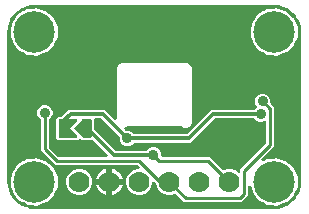
<source format=gbr>
G04 EAGLE Gerber RS-274X export*
G75*
%MOMM*%
%FSLAX34Y34*%
%LPD*%
%INBottom Copper*%
%IPPOS*%
%AMOC8*
5,1,8,0,0,1.08239X$1,22.5*%
G01*
%ADD10C,1.778000*%
%ADD11C,3.516000*%
%ADD12C,0.381000*%
%ADD13C,0.889000*%
%ADD14C,0.254000*%
%ADD15C,0.304800*%

G36*
X228622Y2543D02*
X228622Y2543D01*
X228700Y2545D01*
X232077Y2810D01*
X232145Y2824D01*
X232214Y2829D01*
X232370Y2869D01*
X238794Y4956D01*
X238901Y5006D01*
X239012Y5050D01*
X239063Y5083D01*
X239082Y5091D01*
X239097Y5104D01*
X239148Y5136D01*
X244612Y9107D01*
X244699Y9188D01*
X244746Y9227D01*
X244752Y9231D01*
X244753Y9232D01*
X244791Y9264D01*
X244829Y9310D01*
X244844Y9324D01*
X244855Y9342D01*
X244893Y9388D01*
X246586Y11717D01*
X246599Y11741D01*
X246616Y11761D01*
X246675Y11880D01*
X246739Y11996D01*
X246746Y12022D01*
X246758Y12046D01*
X246785Y12174D01*
X246799Y12185D01*
X246823Y12196D01*
X246925Y12281D01*
X247031Y12361D01*
X247048Y12382D01*
X247068Y12398D01*
X247171Y12522D01*
X248864Y14852D01*
X248921Y14956D01*
X248985Y15056D01*
X249007Y15113D01*
X249017Y15131D01*
X249022Y15151D01*
X249044Y15206D01*
X251131Y21630D01*
X251144Y21698D01*
X251167Y21764D01*
X251190Y21923D01*
X251455Y25300D01*
X251455Y25304D01*
X251456Y25307D01*
X251455Y25326D01*
X251459Y25400D01*
X251459Y152400D01*
X251457Y152422D01*
X251455Y152500D01*
X251190Y155877D01*
X251176Y155945D01*
X251171Y156014D01*
X251131Y156170D01*
X249044Y162594D01*
X248993Y162701D01*
X248950Y162812D01*
X248917Y162863D01*
X248909Y162882D01*
X248896Y162897D01*
X248864Y162948D01*
X247171Y165278D01*
X247153Y165297D01*
X247139Y165320D01*
X247044Y165413D01*
X246953Y165509D01*
X246931Y165524D01*
X246912Y165542D01*
X246798Y165608D01*
X246792Y165624D01*
X246789Y165651D01*
X246740Y165775D01*
X246697Y165900D01*
X246682Y165922D01*
X246672Y165947D01*
X246586Y166083D01*
X244893Y168412D01*
X244812Y168499D01*
X244736Y168591D01*
X244690Y168629D01*
X244676Y168644D01*
X244658Y168655D01*
X244612Y168693D01*
X239148Y172664D01*
X239044Y172721D01*
X238944Y172785D01*
X238887Y172807D01*
X238869Y172817D01*
X238849Y172822D01*
X238794Y172844D01*
X232370Y174931D01*
X232302Y174944D01*
X232236Y174967D01*
X232077Y174990D01*
X228700Y175255D01*
X228678Y175254D01*
X228600Y175259D01*
X25400Y175259D01*
X25378Y175257D01*
X25300Y175255D01*
X21923Y174990D01*
X21855Y174976D01*
X21786Y174971D01*
X21630Y174931D01*
X18892Y174041D01*
X18867Y174030D01*
X18841Y174024D01*
X18724Y173962D01*
X18604Y173906D01*
X18583Y173889D01*
X18560Y173877D01*
X18462Y173789D01*
X18445Y173788D01*
X18418Y173793D01*
X18286Y173785D01*
X18153Y173783D01*
X18128Y173775D01*
X18101Y173774D01*
X17945Y173734D01*
X15206Y172844D01*
X15099Y172794D01*
X14988Y172750D01*
X14937Y172717D01*
X14918Y172709D01*
X14903Y172696D01*
X14852Y172664D01*
X9388Y168693D01*
X9301Y168612D01*
X9209Y168536D01*
X9171Y168490D01*
X9156Y168476D01*
X9145Y168458D01*
X9107Y168412D01*
X5136Y162948D01*
X5079Y162844D01*
X5015Y162744D01*
X4993Y162687D01*
X4983Y162669D01*
X4978Y162649D01*
X4956Y162594D01*
X2869Y156170D01*
X2856Y156102D01*
X2833Y156036D01*
X2810Y155877D01*
X2545Y152500D01*
X2546Y152478D01*
X2541Y152400D01*
X2541Y25400D01*
X2543Y25378D01*
X2545Y25300D01*
X2810Y21923D01*
X2824Y21855D01*
X2829Y21786D01*
X2869Y21630D01*
X4956Y15206D01*
X5006Y15099D01*
X5050Y14988D01*
X5083Y14937D01*
X5091Y14918D01*
X5104Y14903D01*
X5136Y14852D01*
X9107Y9388D01*
X9127Y9366D01*
X9138Y9348D01*
X9184Y9305D01*
X9188Y9301D01*
X9264Y9209D01*
X9310Y9171D01*
X9324Y9156D01*
X9342Y9145D01*
X9388Y9107D01*
X14852Y5136D01*
X14956Y5079D01*
X15056Y5015D01*
X15113Y4993D01*
X15131Y4983D01*
X15151Y4978D01*
X15206Y4956D01*
X17945Y4066D01*
X17971Y4061D01*
X17996Y4051D01*
X18127Y4031D01*
X18257Y4006D01*
X18284Y4008D01*
X18310Y4004D01*
X18441Y4018D01*
X18455Y4008D01*
X18474Y3989D01*
X18585Y3918D01*
X18694Y3842D01*
X18719Y3832D01*
X18742Y3818D01*
X18892Y3759D01*
X21630Y2869D01*
X21698Y2856D01*
X21764Y2833D01*
X21923Y2810D01*
X25300Y2545D01*
X25322Y2546D01*
X25400Y2541D01*
X228600Y2541D01*
X228622Y2543D01*
G37*
%LPC*%
G36*
X226876Y5780D02*
X226876Y5780D01*
X226858Y5780D01*
X226743Y5787D01*
X224699Y5787D01*
X224151Y6014D01*
X224053Y6041D01*
X223957Y6077D01*
X223865Y6092D01*
X223844Y6098D01*
X223830Y6098D01*
X223798Y6104D01*
X222379Y6253D01*
X219415Y7964D01*
X219413Y7965D01*
X219410Y7967D01*
X219266Y8038D01*
X217490Y8773D01*
X216893Y9370D01*
X216826Y9422D01*
X216765Y9483D01*
X216651Y9558D01*
X216642Y9565D01*
X216638Y9567D01*
X216631Y9572D01*
X215129Y10439D01*
X213339Y12903D01*
X213326Y12917D01*
X213316Y12933D01*
X213209Y13054D01*
X211973Y14290D01*
X211557Y15296D01*
X211522Y15356D01*
X211497Y15420D01*
X211411Y15556D01*
X210208Y17211D01*
X209647Y19849D01*
X209636Y19883D01*
X209631Y19919D01*
X209579Y20071D01*
X208945Y21602D01*
X208910Y21662D01*
X208884Y21727D01*
X208832Y21800D01*
X208787Y21878D01*
X208738Y21928D01*
X208698Y21985D01*
X208628Y22042D01*
X208566Y22106D01*
X208506Y22143D01*
X208453Y22187D01*
X208371Y22226D01*
X208295Y22273D01*
X208228Y22293D01*
X208165Y22323D01*
X208077Y22340D01*
X207991Y22366D01*
X207921Y22370D01*
X207852Y22383D01*
X207763Y22377D01*
X207673Y22381D01*
X207605Y22367D01*
X207535Y22363D01*
X207450Y22335D01*
X207362Y22317D01*
X207299Y22286D01*
X207233Y22265D01*
X207157Y22217D01*
X207076Y22177D01*
X207023Y22132D01*
X206964Y22095D01*
X206902Y22029D01*
X206834Y21971D01*
X206794Y21914D01*
X206746Y21863D01*
X206703Y21785D01*
X206651Y21711D01*
X206626Y21646D01*
X206592Y21585D01*
X206570Y21498D01*
X206538Y21414D01*
X206530Y21344D01*
X206513Y21277D01*
X206503Y21116D01*
X206503Y13872D01*
X200758Y8127D01*
X152302Y8127D01*
X145357Y15072D01*
X145333Y15091D01*
X145314Y15113D01*
X145208Y15188D01*
X145106Y15267D01*
X145078Y15279D01*
X145054Y15296D01*
X144933Y15342D01*
X144814Y15394D01*
X144785Y15398D01*
X144757Y15409D01*
X144628Y15423D01*
X144500Y15444D01*
X144470Y15441D01*
X144441Y15444D01*
X144312Y15426D01*
X144183Y15414D01*
X144155Y15404D01*
X144126Y15400D01*
X143974Y15348D01*
X141873Y14477D01*
X137527Y14477D01*
X133513Y16140D01*
X130440Y19213D01*
X128777Y23227D01*
X128777Y23506D01*
X128765Y23604D01*
X128762Y23703D01*
X128745Y23762D01*
X128737Y23822D01*
X128701Y23914D01*
X128673Y24009D01*
X128643Y24061D01*
X128620Y24117D01*
X128562Y24197D01*
X128512Y24283D01*
X128446Y24358D01*
X128434Y24375D01*
X128424Y24383D01*
X128406Y24404D01*
X127389Y25420D01*
X127280Y25505D01*
X127173Y25594D01*
X127154Y25602D01*
X127138Y25615D01*
X127011Y25670D01*
X126885Y25729D01*
X126865Y25733D01*
X126846Y25741D01*
X126708Y25763D01*
X126572Y25789D01*
X126552Y25788D01*
X126532Y25791D01*
X126393Y25778D01*
X126255Y25769D01*
X126236Y25763D01*
X126216Y25761D01*
X126084Y25714D01*
X125953Y25671D01*
X125935Y25660D01*
X125916Y25653D01*
X125801Y25575D01*
X125684Y25501D01*
X125670Y25486D01*
X125653Y25475D01*
X125561Y25371D01*
X125466Y25269D01*
X125456Y25252D01*
X125443Y25236D01*
X125380Y25113D01*
X125312Y24991D01*
X125307Y24971D01*
X125298Y24953D01*
X125268Y24817D01*
X125233Y24683D01*
X125231Y24655D01*
X125228Y24643D01*
X125229Y24622D01*
X125223Y24522D01*
X125223Y23227D01*
X123560Y19213D01*
X120487Y16140D01*
X116473Y14477D01*
X112127Y14477D01*
X108113Y16140D01*
X105040Y19213D01*
X103377Y23227D01*
X103377Y27573D01*
X105040Y31587D01*
X108113Y34660D01*
X112127Y36323D01*
X113422Y36323D01*
X113560Y36340D01*
X113699Y36353D01*
X113718Y36360D01*
X113738Y36363D01*
X113867Y36414D01*
X113998Y36461D01*
X114015Y36472D01*
X114033Y36480D01*
X114146Y36561D01*
X114261Y36639D01*
X114274Y36655D01*
X114291Y36666D01*
X114380Y36774D01*
X114472Y36878D01*
X114481Y36896D01*
X114494Y36911D01*
X114553Y37037D01*
X114616Y37161D01*
X114621Y37181D01*
X114629Y37199D01*
X114655Y37336D01*
X114686Y37471D01*
X114685Y37492D01*
X114689Y37511D01*
X114680Y37650D01*
X114676Y37789D01*
X114670Y37809D01*
X114669Y37829D01*
X114626Y37961D01*
X114588Y38095D01*
X114577Y38112D01*
X114571Y38131D01*
X114497Y38249D01*
X114426Y38369D01*
X114408Y38390D01*
X114401Y38400D01*
X114386Y38414D01*
X114320Y38489D01*
X113304Y39506D01*
X113226Y39566D01*
X113153Y39634D01*
X113100Y39663D01*
X113052Y39700D01*
X112962Y39740D01*
X112875Y39788D01*
X112816Y39803D01*
X112761Y39827D01*
X112663Y39842D01*
X112567Y39867D01*
X112467Y39873D01*
X112446Y39877D01*
X112434Y39875D01*
X112406Y39877D01*
X43082Y39877D01*
X40776Y42183D01*
X40776Y42184D01*
X33294Y49666D01*
X30987Y51972D01*
X30987Y77436D01*
X30975Y77534D01*
X30972Y77633D01*
X30965Y77655D01*
X30965Y77663D01*
X30954Y77696D01*
X30947Y77752D01*
X30911Y77844D01*
X30883Y77939D01*
X30853Y77991D01*
X30830Y78047D01*
X30772Y78127D01*
X30722Y78213D01*
X30656Y78288D01*
X30644Y78305D01*
X30634Y78312D01*
X30616Y78334D01*
X28798Y80151D01*
X27812Y82531D01*
X27812Y85109D01*
X28798Y87489D01*
X30621Y89312D01*
X33001Y90298D01*
X35579Y90298D01*
X37959Y89312D01*
X39782Y87489D01*
X40768Y85109D01*
X40768Y82531D01*
X39782Y80151D01*
X37964Y78334D01*
X37904Y78255D01*
X37836Y78183D01*
X37807Y78130D01*
X37770Y78082D01*
X37730Y77991D01*
X37682Y77905D01*
X37667Y77846D01*
X37663Y77836D01*
X37655Y77819D01*
X37655Y77817D01*
X37643Y77790D01*
X37628Y77692D01*
X37603Y77597D01*
X37598Y77522D01*
X37595Y77507D01*
X37596Y77494D01*
X37593Y77476D01*
X37595Y77464D01*
X37593Y77436D01*
X37593Y55234D01*
X37605Y55136D01*
X37608Y55037D01*
X37625Y54978D01*
X37633Y54918D01*
X37669Y54826D01*
X37697Y54731D01*
X37727Y54679D01*
X37750Y54623D01*
X37808Y54543D01*
X37858Y54457D01*
X37924Y54382D01*
X37936Y54365D01*
X37946Y54357D01*
X37964Y54336D01*
X45446Y46854D01*
X45525Y46794D01*
X45597Y46726D01*
X45650Y46697D01*
X45698Y46660D01*
X45789Y46620D01*
X45875Y46572D01*
X45934Y46557D01*
X45989Y46533D01*
X46087Y46518D01*
X46183Y46493D01*
X46283Y46487D01*
X46303Y46483D01*
X46316Y46485D01*
X46344Y46483D01*
X86139Y46483D01*
X86277Y46500D01*
X86415Y46513D01*
X86435Y46520D01*
X86455Y46523D01*
X86584Y46574D01*
X86715Y46621D01*
X86732Y46632D01*
X86750Y46640D01*
X86862Y46721D01*
X86978Y46799D01*
X86991Y46815D01*
X87008Y46826D01*
X87096Y46934D01*
X87188Y47038D01*
X87198Y47056D01*
X87210Y47071D01*
X87270Y47197D01*
X87333Y47321D01*
X87337Y47341D01*
X87346Y47359D01*
X87372Y47495D01*
X87403Y47631D01*
X87402Y47652D01*
X87406Y47671D01*
X87397Y47810D01*
X87393Y47949D01*
X87387Y47969D01*
X87386Y47989D01*
X87343Y48121D01*
X87305Y48255D01*
X87294Y48272D01*
X87288Y48291D01*
X87213Y48409D01*
X87143Y48529D01*
X87124Y48550D01*
X87118Y48560D01*
X87103Y48574D01*
X87037Y48649D01*
X75361Y60326D01*
X75282Y60386D01*
X75210Y60454D01*
X75157Y60483D01*
X75109Y60520D01*
X75018Y60560D01*
X74932Y60608D01*
X74873Y60623D01*
X74817Y60647D01*
X74719Y60662D01*
X74624Y60687D01*
X74524Y60693D01*
X74503Y60697D01*
X74491Y60695D01*
X74463Y60697D01*
X65896Y60697D01*
X64838Y61756D01*
X64753Y61821D01*
X64674Y61894D01*
X64628Y61919D01*
X64586Y61951D01*
X64488Y61993D01*
X64394Y62044D01*
X64343Y62056D01*
X64295Y62077D01*
X64189Y62094D01*
X64085Y62119D01*
X64032Y62119D01*
X63981Y62127D01*
X63874Y62117D01*
X63767Y62116D01*
X63716Y62102D01*
X63664Y62097D01*
X63563Y62061D01*
X63460Y62033D01*
X63414Y62007D01*
X63365Y61989D01*
X63276Y61929D01*
X63183Y61877D01*
X63120Y61823D01*
X63101Y61811D01*
X63091Y61799D01*
X63060Y61773D01*
X62858Y61579D01*
X62854Y61573D01*
X62841Y61562D01*
X61953Y60673D01*
X60697Y60697D01*
X60690Y60696D01*
X60673Y60697D01*
X45751Y60697D01*
X43965Y62483D01*
X43965Y62716D01*
X43953Y62814D01*
X43950Y62913D01*
X43941Y62943D01*
X43941Y78294D01*
X43955Y78347D01*
X43961Y78447D01*
X43965Y78468D01*
X43963Y78480D01*
X43965Y78508D01*
X43965Y78741D01*
X45751Y80527D01*
X48026Y80527D01*
X48124Y80539D01*
X48223Y80542D01*
X48282Y80559D01*
X48342Y80567D01*
X48434Y80603D01*
X48529Y80631D01*
X48581Y80661D01*
X48637Y80684D01*
X48718Y80742D01*
X48803Y80792D01*
X48878Y80858D01*
X48895Y80870D01*
X48903Y80880D01*
X48924Y80898D01*
X52185Y84159D01*
X54640Y86615D01*
X84785Y86615D01*
X93083Y78317D01*
X93193Y78232D01*
X93299Y78144D01*
X93318Y78135D01*
X93334Y78122D01*
X93462Y78067D01*
X93587Y78008D01*
X93607Y78004D01*
X93626Y77996D01*
X93764Y77974D01*
X93900Y77948D01*
X93920Y77949D01*
X93940Y77946D01*
X94079Y77959D01*
X94217Y77968D01*
X94236Y77974D01*
X94256Y77976D01*
X94388Y78023D01*
X94519Y78066D01*
X94537Y78077D01*
X94556Y78084D01*
X94671Y78162D01*
X94788Y78236D01*
X94802Y78251D01*
X94819Y78262D01*
X94911Y78367D01*
X95006Y78468D01*
X95016Y78485D01*
X95029Y78501D01*
X95093Y78625D01*
X95160Y78746D01*
X95165Y78766D01*
X95174Y78784D01*
X95204Y78920D01*
X95239Y79054D01*
X95241Y79082D01*
X95244Y79094D01*
X95243Y79115D01*
X95249Y79215D01*
X95249Y121661D01*
X96023Y123528D01*
X97452Y124957D01*
X99319Y125731D01*
X154681Y125731D01*
X156548Y124957D01*
X157977Y123528D01*
X158751Y121661D01*
X158751Y75189D01*
X157977Y73322D01*
X156548Y71893D01*
X154681Y71119D01*
X152659Y71119D01*
X150792Y71893D01*
X150340Y72344D01*
X150246Y72417D01*
X150157Y72496D01*
X150121Y72515D01*
X150089Y72539D01*
X149980Y72587D01*
X149874Y72641D01*
X149834Y72650D01*
X149797Y72666D01*
X149679Y72684D01*
X149563Y72710D01*
X149523Y72709D01*
X149483Y72716D01*
X149364Y72704D01*
X149246Y72701D01*
X149207Y72689D01*
X149167Y72686D01*
X149055Y72645D01*
X148940Y72612D01*
X148905Y72592D01*
X148867Y72578D01*
X148769Y72511D01*
X148666Y72451D01*
X148621Y72411D01*
X148604Y72400D01*
X148595Y72389D01*
X105397Y72389D01*
X105361Y72417D01*
X105271Y72496D01*
X105235Y72514D01*
X105203Y72539D01*
X105094Y72587D01*
X104988Y72641D01*
X104949Y72650D01*
X104912Y72666D01*
X104794Y72684D01*
X104678Y72710D01*
X104637Y72709D01*
X104597Y72715D01*
X104479Y72704D01*
X104360Y72701D01*
X104321Y72689D01*
X104281Y72686D01*
X104169Y72645D01*
X104054Y72612D01*
X104020Y72592D01*
X103982Y72578D01*
X103883Y72511D01*
X103780Y72451D01*
X103735Y72411D01*
X103718Y72400D01*
X103705Y72384D01*
X103660Y72344D01*
X103208Y71893D01*
X102346Y71536D01*
X102303Y71511D01*
X102256Y71494D01*
X102165Y71433D01*
X102070Y71378D01*
X102034Y71344D01*
X101993Y71316D01*
X101920Y71233D01*
X101841Y71157D01*
X101815Y71114D01*
X101783Y71077D01*
X101733Y70979D01*
X101675Y70886D01*
X101661Y70838D01*
X101638Y70794D01*
X101614Y70687D01*
X101582Y70582D01*
X101579Y70532D01*
X101568Y70484D01*
X101572Y70374D01*
X101566Y70264D01*
X101577Y70216D01*
X101578Y70166D01*
X101609Y70060D01*
X101631Y69953D01*
X101653Y69908D01*
X101666Y69860D01*
X101722Y69766D01*
X101770Y69667D01*
X101803Y69629D01*
X101828Y69586D01*
X101934Y69466D01*
X102321Y69079D01*
X102399Y69019D01*
X102471Y68951D01*
X102524Y68922D01*
X102572Y68885D01*
X102663Y68845D01*
X102749Y68797D01*
X102808Y68782D01*
X102864Y68758D01*
X102961Y68743D01*
X103057Y68718D01*
X103157Y68712D01*
X103178Y68708D01*
X103190Y68710D01*
X103218Y68708D01*
X105429Y68708D01*
X107809Y67722D01*
X109372Y66158D01*
X109451Y66098D01*
X109523Y66030D01*
X109576Y66001D01*
X109624Y65964D01*
X109715Y65924D01*
X109801Y65876D01*
X109860Y65861D01*
X109916Y65837D01*
X110014Y65822D01*
X110109Y65797D01*
X110209Y65791D01*
X110230Y65787D01*
X110242Y65789D01*
X110270Y65787D01*
X154101Y65787D01*
X154199Y65799D01*
X154298Y65802D01*
X154356Y65819D01*
X154416Y65827D01*
X154509Y65863D01*
X154604Y65891D01*
X154656Y65921D01*
X154712Y65944D01*
X154792Y66002D01*
X154878Y66052D01*
X154953Y66118D01*
X154970Y66130D01*
X154977Y66140D01*
X154998Y66158D01*
X175057Y86217D01*
X211040Y86217D01*
X211138Y86229D01*
X211237Y86232D01*
X211296Y86249D01*
X211356Y86257D01*
X211448Y86293D01*
X211543Y86321D01*
X211595Y86351D01*
X211651Y86374D01*
X211731Y86432D01*
X211817Y86482D01*
X211892Y86549D01*
X211909Y86561D01*
X211916Y86570D01*
X211938Y86589D01*
X213407Y88058D01*
X213480Y88152D01*
X213558Y88241D01*
X213577Y88277D01*
X213602Y88309D01*
X213649Y88418D01*
X213703Y88524D01*
X213712Y88564D01*
X213728Y88601D01*
X213747Y88719D01*
X213773Y88834D01*
X213771Y88875D01*
X213778Y88915D01*
X213767Y89034D01*
X213763Y89152D01*
X213752Y89191D01*
X213748Y89231D01*
X213708Y89344D01*
X213674Y89458D01*
X213654Y89493D01*
X213640Y89531D01*
X213573Y89629D01*
X213513Y89732D01*
X213473Y89777D01*
X213462Y89794D01*
X213446Y89807D01*
X213407Y89853D01*
X213346Y89913D01*
X212360Y92293D01*
X212360Y94871D01*
X213346Y97251D01*
X215169Y99074D01*
X217549Y100060D01*
X220127Y100060D01*
X222507Y99074D01*
X224330Y97251D01*
X225316Y94871D01*
X225316Y92301D01*
X225328Y92203D01*
X225331Y92104D01*
X225348Y92045D01*
X225356Y91985D01*
X225392Y91893D01*
X225420Y91798D01*
X225450Y91746D01*
X225473Y91690D01*
X225531Y91610D01*
X225581Y91524D01*
X225647Y91449D01*
X225659Y91432D01*
X225669Y91424D01*
X225687Y91403D01*
X226184Y90907D01*
X226184Y90906D01*
X228491Y88600D01*
X228491Y55384D01*
X218016Y44910D01*
X217923Y44789D01*
X217828Y44670D01*
X217826Y44664D01*
X217821Y44658D01*
X217760Y44518D01*
X217699Y44379D01*
X217698Y44373D01*
X217695Y44367D01*
X217671Y44216D01*
X217646Y44066D01*
X217646Y44059D01*
X217645Y44052D01*
X217660Y43900D01*
X217672Y43749D01*
X217674Y43743D01*
X217675Y43736D01*
X217727Y43593D01*
X217777Y43449D01*
X217780Y43443D01*
X217783Y43437D01*
X217868Y43311D01*
X217952Y43184D01*
X217957Y43179D01*
X217961Y43173D01*
X218076Y43072D01*
X218189Y42971D01*
X218195Y42967D01*
X218200Y42963D01*
X218336Y42893D01*
X218470Y42823D01*
X218477Y42821D01*
X218483Y42818D01*
X218632Y42785D01*
X218780Y42750D01*
X218787Y42750D01*
X218793Y42749D01*
X218946Y42753D01*
X219098Y42756D01*
X219104Y42758D01*
X219111Y42758D01*
X219258Y42801D01*
X219404Y42841D01*
X219412Y42846D01*
X219417Y42847D01*
X219426Y42852D01*
X219548Y42913D01*
X222379Y44547D01*
X223798Y44696D01*
X223897Y44720D01*
X223999Y44734D01*
X224087Y44764D01*
X224108Y44769D01*
X224120Y44775D01*
X224151Y44786D01*
X224699Y45013D01*
X226743Y45013D01*
X226760Y45015D01*
X226876Y45020D01*
X230704Y45422D01*
X231773Y45075D01*
X231890Y45053D01*
X232005Y45023D01*
X232065Y45019D01*
X232085Y45015D01*
X232106Y45017D01*
X232165Y45013D01*
X232501Y45013D01*
X234409Y44223D01*
X234430Y44217D01*
X234503Y44188D01*
X238666Y42835D01*
X239278Y42285D01*
X239389Y42207D01*
X239497Y42126D01*
X239527Y42111D01*
X239539Y42103D01*
X239559Y42096D01*
X239641Y42055D01*
X239710Y42027D01*
X241005Y40732D01*
X241019Y40721D01*
X241053Y40686D01*
X244887Y37234D01*
X245100Y36756D01*
X245179Y36626D01*
X245450Y35971D01*
X245455Y35963D01*
X245463Y35941D01*
X248292Y29586D01*
X248292Y21214D01*
X245463Y14859D01*
X245460Y14849D01*
X245450Y14829D01*
X245194Y14211D01*
X245175Y14187D01*
X245170Y14178D01*
X245168Y14175D01*
X245163Y14165D01*
X245100Y14044D01*
X244985Y13785D01*
X244977Y13759D01*
X244964Y13736D01*
X244931Y13607D01*
X244914Y13552D01*
X244880Y13536D01*
X244860Y13519D01*
X244836Y13507D01*
X244710Y13407D01*
X241053Y10114D01*
X241041Y10100D01*
X241005Y10068D01*
X239710Y8773D01*
X239641Y8745D01*
X239524Y8678D01*
X239404Y8615D01*
X239377Y8594D01*
X239365Y8587D01*
X239349Y8572D01*
X239278Y8515D01*
X238666Y7965D01*
X234502Y6612D01*
X234483Y6603D01*
X234409Y6577D01*
X232501Y5787D01*
X232165Y5787D01*
X232047Y5772D01*
X231929Y5765D01*
X231870Y5750D01*
X231850Y5747D01*
X231831Y5740D01*
X231773Y5725D01*
X230704Y5378D01*
X226876Y5780D01*
G37*
%LPD*%
G36*
X198727Y33258D02*
X198727Y33258D01*
X198865Y33267D01*
X198884Y33273D01*
X198904Y33275D01*
X199036Y33322D01*
X199167Y33365D01*
X199185Y33376D01*
X199204Y33383D01*
X199319Y33461D01*
X199436Y33535D01*
X199450Y33550D01*
X199467Y33561D01*
X199559Y33665D01*
X199654Y33767D01*
X199664Y33785D01*
X199677Y33800D01*
X199740Y33924D01*
X199808Y34045D01*
X199813Y34065D01*
X199822Y34083D01*
X199852Y34219D01*
X199887Y34353D01*
X199889Y34381D01*
X199892Y34393D01*
X199891Y34414D01*
X199897Y34514D01*
X199897Y36132D01*
X221513Y57748D01*
X221574Y57827D01*
X221642Y57899D01*
X221671Y57952D01*
X221708Y58000D01*
X221748Y58091D01*
X221796Y58177D01*
X221811Y58236D01*
X221835Y58291D01*
X221850Y58389D01*
X221875Y58485D01*
X221881Y58585D01*
X221885Y58606D01*
X221883Y58618D01*
X221885Y58646D01*
X221885Y75702D01*
X221879Y75752D01*
X221881Y75801D01*
X221859Y75909D01*
X221845Y76018D01*
X221827Y76064D01*
X221817Y76113D01*
X221769Y76211D01*
X221728Y76313D01*
X221699Y76354D01*
X221677Y76398D01*
X221606Y76482D01*
X221542Y76571D01*
X221503Y76602D01*
X221471Y76640D01*
X221381Y76703D01*
X221297Y76774D01*
X221252Y76795D01*
X221211Y76823D01*
X221108Y76862D01*
X221009Y76909D01*
X220960Y76918D01*
X220914Y76936D01*
X220804Y76948D01*
X220696Y76969D01*
X220647Y76966D01*
X220598Y76971D01*
X220489Y76956D01*
X220379Y76949D01*
X220332Y76934D01*
X220283Y76927D01*
X220130Y76875D01*
X218459Y76182D01*
X215881Y76182D01*
X213501Y77168D01*
X211938Y78732D01*
X211859Y78792D01*
X211787Y78860D01*
X211734Y78889D01*
X211686Y78927D01*
X211595Y78966D01*
X211509Y79014D01*
X211450Y79029D01*
X211394Y79053D01*
X211296Y79068D01*
X211201Y79093D01*
X211101Y79099D01*
X211080Y79103D01*
X211068Y79102D01*
X211040Y79103D01*
X178529Y79103D01*
X178431Y79091D01*
X178332Y79088D01*
X178274Y79071D01*
X178213Y79063D01*
X178121Y79027D01*
X178026Y79000D01*
X177974Y78969D01*
X177918Y78946D01*
X177838Y78888D01*
X177752Y78838D01*
X177677Y78772D01*
X177660Y78760D01*
X177653Y78750D01*
X177631Y78732D01*
X157573Y58673D01*
X110270Y58673D01*
X110172Y58661D01*
X110073Y58658D01*
X110014Y58641D01*
X109954Y58633D01*
X109862Y58597D01*
X109767Y58569D01*
X109715Y58539D01*
X109659Y58516D01*
X109579Y58458D01*
X109493Y58408D01*
X109418Y58342D01*
X109401Y58330D01*
X109394Y58320D01*
X109372Y58302D01*
X107809Y56738D01*
X105429Y55752D01*
X102851Y55752D01*
X100471Y56738D01*
X98648Y58561D01*
X97662Y60941D01*
X97662Y63152D01*
X97650Y63250D01*
X97647Y63349D01*
X97630Y63407D01*
X97622Y63468D01*
X97586Y63560D01*
X97558Y63655D01*
X97528Y63707D01*
X97505Y63763D01*
X97447Y63843D01*
X97397Y63929D01*
X97331Y64004D01*
X97319Y64021D01*
X97309Y64028D01*
X97291Y64050D01*
X82211Y79130D01*
X82132Y79190D01*
X82060Y79258D01*
X82007Y79287D01*
X81959Y79324D01*
X81868Y79364D01*
X81782Y79412D01*
X81723Y79427D01*
X81667Y79451D01*
X81569Y79466D01*
X81474Y79491D01*
X81374Y79497D01*
X81353Y79501D01*
X81341Y79499D01*
X81313Y79501D01*
X77216Y79501D01*
X77098Y79486D01*
X76979Y79479D01*
X76941Y79466D01*
X76900Y79461D01*
X76790Y79418D01*
X76677Y79381D01*
X76642Y79359D01*
X76605Y79344D01*
X76509Y79275D01*
X76408Y79211D01*
X76380Y79181D01*
X76347Y79158D01*
X76271Y79066D01*
X76190Y78979D01*
X76170Y78944D01*
X76145Y78913D01*
X76094Y78805D01*
X76036Y78701D01*
X76026Y78661D01*
X76009Y78625D01*
X75987Y78508D01*
X75957Y78393D01*
X75953Y78333D01*
X75949Y78313D01*
X75951Y78292D01*
X75947Y78232D01*
X75947Y70325D01*
X75959Y70227D01*
X75962Y70128D01*
X75979Y70070D01*
X75987Y70009D01*
X76023Y69917D01*
X76051Y69822D01*
X76081Y69770D01*
X76104Y69714D01*
X76162Y69634D01*
X76212Y69548D01*
X76278Y69473D01*
X76290Y69456D01*
X76300Y69449D01*
X76318Y69427D01*
X93557Y52188D01*
X93636Y52128D01*
X93708Y52060D01*
X93761Y52031D01*
X93809Y51994D01*
X93900Y51954D01*
X93986Y51906D01*
X94045Y51891D01*
X94101Y51867D01*
X94199Y51852D01*
X94294Y51827D01*
X94394Y51821D01*
X94415Y51817D01*
X94427Y51819D01*
X94455Y51817D01*
X120137Y51817D01*
X120235Y51829D01*
X120334Y51832D01*
X120393Y51849D01*
X120453Y51857D01*
X120545Y51893D01*
X120640Y51921D01*
X120692Y51951D01*
X120748Y51974D01*
X120828Y52032D01*
X120914Y52082D01*
X120989Y52148D01*
X121006Y52160D01*
X121013Y52170D01*
X121035Y52188D01*
X122598Y53752D01*
X124978Y54738D01*
X127556Y54738D01*
X129936Y53752D01*
X131759Y51929D01*
X132745Y49549D01*
X132745Y47752D01*
X132760Y47634D01*
X132767Y47515D01*
X132780Y47477D01*
X132785Y47436D01*
X132828Y47326D01*
X132865Y47213D01*
X132887Y47178D01*
X132902Y47141D01*
X132971Y47045D01*
X133035Y46944D01*
X133065Y46916D01*
X133088Y46883D01*
X133180Y46807D01*
X133267Y46726D01*
X133302Y46706D01*
X133333Y46681D01*
X133441Y46630D01*
X133545Y46572D01*
X133585Y46562D01*
X133621Y46545D01*
X133738Y46523D01*
X133853Y46493D01*
X133913Y46489D01*
X133933Y46485D01*
X133954Y46487D01*
X134014Y46483D01*
X174088Y46483D01*
X176394Y44176D01*
X184843Y35728D01*
X184867Y35709D01*
X184886Y35687D01*
X184992Y35612D01*
X185094Y35533D01*
X185122Y35521D01*
X185146Y35504D01*
X185267Y35458D01*
X185386Y35406D01*
X185415Y35402D01*
X185443Y35391D01*
X185572Y35377D01*
X185700Y35356D01*
X185730Y35359D01*
X185759Y35356D01*
X185888Y35374D01*
X186017Y35386D01*
X186045Y35396D01*
X186074Y35400D01*
X186226Y35452D01*
X188327Y36323D01*
X192673Y36323D01*
X196687Y34660D01*
X197731Y33617D01*
X197840Y33532D01*
X197947Y33443D01*
X197966Y33434D01*
X197982Y33422D01*
X198109Y33366D01*
X198235Y33307D01*
X198255Y33303D01*
X198274Y33295D01*
X198412Y33273D01*
X198548Y33247D01*
X198568Y33249D01*
X198588Y33245D01*
X198727Y33258D01*
G37*
%LPC*%
G36*
X23676Y5780D02*
X23676Y5780D01*
X23658Y5780D01*
X23543Y5787D01*
X21499Y5787D01*
X20951Y6014D01*
X20853Y6041D01*
X20757Y6077D01*
X20665Y6092D01*
X20644Y6098D01*
X20630Y6098D01*
X20598Y6104D01*
X19416Y6228D01*
X19390Y6227D01*
X19364Y6232D01*
X19231Y6224D01*
X19173Y6223D01*
X19147Y6250D01*
X19125Y6265D01*
X19106Y6283D01*
X18972Y6372D01*
X16215Y7964D01*
X16213Y7965D01*
X16210Y7967D01*
X16066Y8038D01*
X14290Y8773D01*
X13693Y9370D01*
X13626Y9422D01*
X13565Y9483D01*
X13451Y9558D01*
X13442Y9565D01*
X13438Y9567D01*
X13431Y9572D01*
X11929Y10439D01*
X10139Y12903D01*
X10126Y12917D01*
X10116Y12933D01*
X10009Y13054D01*
X8773Y14290D01*
X8357Y15296D01*
X8322Y15356D01*
X8297Y15420D01*
X8211Y15556D01*
X7008Y17211D01*
X6447Y19849D01*
X6436Y19883D01*
X6431Y19919D01*
X6379Y20071D01*
X5787Y21499D01*
X5787Y22822D01*
X5781Y22874D01*
X5783Y22926D01*
X5760Y23086D01*
X5268Y25400D01*
X5760Y27714D01*
X5764Y27767D01*
X5777Y27817D01*
X5787Y27978D01*
X5787Y29301D01*
X6379Y30729D01*
X6388Y30763D01*
X6404Y30795D01*
X6447Y30951D01*
X7008Y33589D01*
X8211Y35244D01*
X8244Y35305D01*
X8286Y35360D01*
X8357Y35504D01*
X8773Y36510D01*
X10009Y37746D01*
X10021Y37761D01*
X10036Y37773D01*
X10139Y37897D01*
X11929Y40361D01*
X13431Y41228D01*
X13499Y41280D01*
X13573Y41324D01*
X13675Y41414D01*
X13684Y41421D01*
X13687Y41424D01*
X13693Y41430D01*
X14290Y42027D01*
X16066Y42762D01*
X16068Y42764D01*
X16071Y42764D01*
X16215Y42836D01*
X19179Y44547D01*
X20598Y44696D01*
X20697Y44720D01*
X20799Y44734D01*
X20887Y44764D01*
X20908Y44769D01*
X20920Y44775D01*
X20951Y44786D01*
X21499Y45013D01*
X23543Y45013D01*
X23560Y45015D01*
X23676Y45020D01*
X27504Y45422D01*
X28573Y45075D01*
X28690Y45053D01*
X28805Y45023D01*
X28865Y45019D01*
X28885Y45015D01*
X28906Y45017D01*
X28965Y45013D01*
X29301Y45013D01*
X31209Y44223D01*
X31230Y44217D01*
X31303Y44188D01*
X35466Y42835D01*
X36078Y42285D01*
X36189Y42207D01*
X36297Y42126D01*
X36327Y42111D01*
X36339Y42103D01*
X36359Y42096D01*
X36441Y42055D01*
X36510Y42027D01*
X37805Y40732D01*
X37819Y40721D01*
X37853Y40686D01*
X41687Y37234D01*
X41900Y36756D01*
X41979Y36626D01*
X42250Y35971D01*
X42255Y35963D01*
X42263Y35941D01*
X45092Y29586D01*
X45092Y21214D01*
X42263Y14859D01*
X42260Y14849D01*
X42250Y14829D01*
X41994Y14211D01*
X41975Y14187D01*
X41970Y14179D01*
X41968Y14175D01*
X41963Y14164D01*
X41900Y14044D01*
X41687Y13566D01*
X37853Y10114D01*
X37841Y10100D01*
X37805Y10068D01*
X36510Y8773D01*
X36441Y8745D01*
X36324Y8678D01*
X36204Y8615D01*
X36177Y8594D01*
X36165Y8587D01*
X36149Y8572D01*
X36078Y8515D01*
X35466Y7965D01*
X31302Y6612D01*
X31283Y6603D01*
X31209Y6577D01*
X29301Y5787D01*
X28965Y5787D01*
X28847Y5772D01*
X28729Y5765D01*
X28670Y5750D01*
X28650Y5747D01*
X28631Y5740D01*
X28573Y5725D01*
X27504Y5378D01*
X23676Y5780D01*
G37*
%LPD*%
%LPC*%
G36*
X226876Y132780D02*
X226876Y132780D01*
X226858Y132780D01*
X226743Y132787D01*
X224699Y132787D01*
X224151Y133014D01*
X224052Y133041D01*
X223957Y133077D01*
X223865Y133092D01*
X223844Y133098D01*
X223831Y133098D01*
X223798Y133104D01*
X222379Y133253D01*
X219415Y134964D01*
X219413Y134965D01*
X219410Y134967D01*
X219266Y135038D01*
X217490Y135773D01*
X216893Y136370D01*
X216826Y136422D01*
X216765Y136483D01*
X216651Y136558D01*
X216642Y136565D01*
X216638Y136567D01*
X216631Y136572D01*
X215129Y137439D01*
X213339Y139903D01*
X213326Y139917D01*
X213316Y139933D01*
X213209Y140054D01*
X211973Y141290D01*
X211557Y142296D01*
X211522Y142356D01*
X211497Y142420D01*
X211411Y142556D01*
X210208Y144211D01*
X209647Y146849D01*
X209636Y146883D01*
X209631Y146919D01*
X209579Y147071D01*
X208987Y148499D01*
X208987Y149822D01*
X208981Y149874D01*
X208983Y149926D01*
X208960Y150086D01*
X208468Y152400D01*
X208960Y154714D01*
X208964Y154767D01*
X208977Y154817D01*
X208987Y154978D01*
X208987Y156301D01*
X209579Y157729D01*
X209588Y157763D01*
X209604Y157795D01*
X209647Y157951D01*
X210208Y160589D01*
X211411Y162244D01*
X211444Y162305D01*
X211486Y162360D01*
X211557Y162504D01*
X211973Y163510D01*
X213209Y164746D01*
X213221Y164761D01*
X213236Y164773D01*
X213339Y164897D01*
X215129Y167361D01*
X216631Y168228D01*
X216699Y168280D01*
X216773Y168324D01*
X216875Y168414D01*
X216884Y168421D01*
X216887Y168424D01*
X216893Y168430D01*
X217490Y169027D01*
X219266Y169762D01*
X219268Y169764D01*
X219271Y169764D01*
X219415Y169836D01*
X222379Y171547D01*
X223798Y171696D01*
X223898Y171720D01*
X223999Y171734D01*
X224087Y171764D01*
X224108Y171769D01*
X224120Y171775D01*
X224151Y171786D01*
X224699Y172013D01*
X226743Y172013D01*
X226760Y172015D01*
X226876Y172020D01*
X230704Y172422D01*
X231773Y172075D01*
X231890Y172053D01*
X232005Y172023D01*
X232065Y172019D01*
X232085Y172015D01*
X232106Y172017D01*
X232165Y172013D01*
X232501Y172013D01*
X234409Y171223D01*
X234430Y171217D01*
X234503Y171188D01*
X238666Y169835D01*
X239278Y169285D01*
X239389Y169207D01*
X239497Y169126D01*
X239527Y169111D01*
X239539Y169103D01*
X239559Y169096D01*
X239641Y169055D01*
X239710Y169027D01*
X241005Y167732D01*
X241019Y167721D01*
X241053Y167686D01*
X244710Y164393D01*
X244732Y164378D01*
X244750Y164359D01*
X244862Y164288D01*
X244910Y164254D01*
X244914Y164217D01*
X244924Y164192D01*
X244929Y164166D01*
X244985Y164015D01*
X245100Y163756D01*
X245179Y163626D01*
X245450Y162971D01*
X245455Y162963D01*
X245463Y162941D01*
X248292Y156586D01*
X248292Y148214D01*
X245463Y141859D01*
X245460Y141849D01*
X245450Y141829D01*
X245194Y141211D01*
X245175Y141187D01*
X245170Y141179D01*
X245168Y141175D01*
X245163Y141164D01*
X245100Y141044D01*
X244887Y140566D01*
X241053Y137114D01*
X241041Y137100D01*
X241005Y137068D01*
X239710Y135773D01*
X239641Y135745D01*
X239524Y135678D01*
X239404Y135615D01*
X239377Y135594D01*
X239365Y135587D01*
X239350Y135572D01*
X239278Y135515D01*
X238666Y134965D01*
X234502Y133612D01*
X234483Y133603D01*
X234409Y133577D01*
X232501Y132787D01*
X232165Y132787D01*
X232047Y132772D01*
X231929Y132765D01*
X231870Y132750D01*
X231850Y132747D01*
X231831Y132740D01*
X231773Y132725D01*
X230704Y132378D01*
X226876Y132780D01*
G37*
%LPD*%
%LPC*%
G36*
X23676Y132780D02*
X23676Y132780D01*
X23658Y132780D01*
X23543Y132787D01*
X21499Y132787D01*
X20951Y133014D01*
X20852Y133041D01*
X20757Y133077D01*
X20665Y133092D01*
X20644Y133098D01*
X20631Y133098D01*
X20598Y133104D01*
X19179Y133253D01*
X16215Y134964D01*
X16213Y134965D01*
X16210Y134967D01*
X16066Y135038D01*
X14290Y135773D01*
X13693Y136370D01*
X13626Y136422D01*
X13565Y136483D01*
X13451Y136558D01*
X13442Y136565D01*
X13438Y136567D01*
X13431Y136572D01*
X11929Y137439D01*
X10139Y139903D01*
X10126Y139917D01*
X10116Y139933D01*
X10009Y140054D01*
X8773Y141290D01*
X8357Y142296D01*
X8322Y142356D01*
X8297Y142420D01*
X8211Y142556D01*
X7008Y144211D01*
X6447Y146849D01*
X6436Y146883D01*
X6431Y146919D01*
X6379Y147071D01*
X5787Y148499D01*
X5787Y149822D01*
X5781Y149874D01*
X5783Y149926D01*
X5760Y150086D01*
X5268Y152400D01*
X5760Y154714D01*
X5764Y154767D01*
X5777Y154817D01*
X5787Y154978D01*
X5787Y156301D01*
X6379Y157729D01*
X6388Y157763D01*
X6404Y157795D01*
X6447Y157951D01*
X7008Y160589D01*
X8211Y162244D01*
X8244Y162305D01*
X8286Y162360D01*
X8357Y162504D01*
X8773Y163510D01*
X10009Y164746D01*
X10021Y164761D01*
X10036Y164773D01*
X10139Y164897D01*
X11929Y167361D01*
X13431Y168228D01*
X13499Y168280D01*
X13573Y168324D01*
X13675Y168414D01*
X13684Y168421D01*
X13687Y168424D01*
X13693Y168430D01*
X14290Y169027D01*
X16066Y169762D01*
X16068Y169764D01*
X16071Y169764D01*
X16215Y169836D01*
X18972Y171428D01*
X18993Y171444D01*
X19017Y171455D01*
X19119Y171540D01*
X19166Y171575D01*
X19203Y171568D01*
X19229Y171569D01*
X19256Y171565D01*
X19416Y171572D01*
X20598Y171696D01*
X20698Y171720D01*
X20799Y171734D01*
X20887Y171764D01*
X20908Y171769D01*
X20920Y171775D01*
X20951Y171786D01*
X21499Y172013D01*
X23543Y172013D01*
X23560Y172015D01*
X23676Y172020D01*
X27504Y172422D01*
X28573Y172075D01*
X28690Y172053D01*
X28805Y172023D01*
X28865Y172019D01*
X28885Y172015D01*
X28906Y172017D01*
X28965Y172013D01*
X29301Y172013D01*
X31209Y171223D01*
X31230Y171217D01*
X31303Y171188D01*
X35466Y169835D01*
X36078Y169285D01*
X36189Y169207D01*
X36297Y169126D01*
X36327Y169111D01*
X36339Y169103D01*
X36359Y169096D01*
X36441Y169055D01*
X36510Y169027D01*
X37805Y167732D01*
X37819Y167721D01*
X37853Y167686D01*
X41687Y164234D01*
X41900Y163756D01*
X41979Y163626D01*
X42250Y162971D01*
X42255Y162963D01*
X42263Y162941D01*
X45092Y156586D01*
X45092Y148214D01*
X42263Y141859D01*
X42260Y141849D01*
X42250Y141829D01*
X41994Y141211D01*
X41975Y141187D01*
X41970Y141179D01*
X41968Y141175D01*
X41963Y141164D01*
X41900Y141044D01*
X41687Y140566D01*
X37853Y137114D01*
X37841Y137100D01*
X37805Y137068D01*
X36510Y135773D01*
X36441Y135745D01*
X36324Y135678D01*
X36204Y135615D01*
X36177Y135594D01*
X36165Y135587D01*
X36150Y135572D01*
X36078Y135515D01*
X35466Y134965D01*
X31302Y133612D01*
X31283Y133603D01*
X31209Y133577D01*
X29301Y132787D01*
X28965Y132787D01*
X28847Y132772D01*
X28729Y132765D01*
X28670Y132750D01*
X28650Y132747D01*
X28631Y132740D01*
X28573Y132725D01*
X27504Y132378D01*
X23676Y132780D01*
G37*
%LPD*%
%LPC*%
G36*
X61327Y14477D02*
X61327Y14477D01*
X57313Y16140D01*
X54240Y19213D01*
X52577Y23227D01*
X52577Y27573D01*
X54240Y31587D01*
X57313Y34660D01*
X61327Y36323D01*
X65673Y36323D01*
X69687Y34660D01*
X72760Y31587D01*
X74423Y27573D01*
X74423Y23227D01*
X72760Y19213D01*
X69687Y16140D01*
X65673Y14477D01*
X61327Y14477D01*
G37*
%LPD*%
G36*
X60734Y62734D02*
X60734Y62734D01*
X60753Y62732D01*
X60874Y62753D01*
X60996Y62771D01*
X61013Y62779D01*
X61033Y62782D01*
X61143Y62837D01*
X61255Y62887D01*
X61270Y62900D01*
X61288Y62908D01*
X61379Y62991D01*
X61472Y63071D01*
X61483Y63087D01*
X61497Y63100D01*
X61561Y63205D01*
X61630Y63307D01*
X61635Y63326D01*
X61646Y63343D01*
X61678Y63461D01*
X61715Y63578D01*
X61716Y63598D01*
X61721Y63617D01*
X61719Y63739D01*
X61723Y63862D01*
X61718Y63881D01*
X61717Y63901D01*
X61682Y64019D01*
X61651Y64137D01*
X61641Y64154D01*
X61635Y64173D01*
X61593Y64234D01*
X61506Y64382D01*
X61468Y64417D01*
X61445Y64450D01*
X55511Y70612D01*
X61445Y76774D01*
X61457Y76790D01*
X61472Y76803D01*
X61540Y76905D01*
X61612Y77004D01*
X61619Y77023D01*
X61630Y77039D01*
X61667Y77156D01*
X61708Y77272D01*
X61709Y77291D01*
X61715Y77310D01*
X61718Y77433D01*
X61726Y77555D01*
X61722Y77575D01*
X61723Y77594D01*
X61692Y77713D01*
X61665Y77833D01*
X61656Y77850D01*
X61651Y77869D01*
X61588Y77975D01*
X61529Y78083D01*
X61516Y78097D01*
X61506Y78114D01*
X61416Y78198D01*
X61330Y78285D01*
X61313Y78295D01*
X61298Y78308D01*
X61189Y78364D01*
X61082Y78424D01*
X61063Y78429D01*
X61045Y78438D01*
X60972Y78450D01*
X60805Y78489D01*
X60754Y78487D01*
X60714Y78493D01*
X47014Y78493D01*
X46956Y78485D01*
X46898Y78487D01*
X46816Y78465D01*
X46733Y78453D01*
X46679Y78430D01*
X46623Y78415D01*
X46550Y78372D01*
X46473Y78337D01*
X46428Y78299D01*
X46378Y78270D01*
X46320Y78208D01*
X46256Y78154D01*
X46224Y78105D01*
X46184Y78062D01*
X46145Y77987D01*
X46099Y77917D01*
X46081Y77861D01*
X46054Y77809D01*
X46043Y77741D01*
X46013Y77646D01*
X46010Y77546D01*
X45999Y77478D01*
X45999Y63746D01*
X46007Y63688D01*
X46005Y63630D01*
X46027Y63548D01*
X46039Y63465D01*
X46063Y63411D01*
X46077Y63355D01*
X46120Y63282D01*
X46155Y63205D01*
X46193Y63160D01*
X46223Y63110D01*
X46284Y63052D01*
X46339Y62988D01*
X46387Y62956D01*
X46430Y62916D01*
X46505Y62877D01*
X46575Y62831D01*
X46631Y62813D01*
X46683Y62786D01*
X46751Y62775D01*
X46846Y62745D01*
X46946Y62742D01*
X47014Y62731D01*
X60714Y62731D01*
X60734Y62734D01*
G37*
G36*
X72932Y62739D02*
X72932Y62739D01*
X72990Y62737D01*
X73072Y62759D01*
X73156Y62771D01*
X73209Y62795D01*
X73265Y62809D01*
X73338Y62852D01*
X73415Y62887D01*
X73460Y62925D01*
X73510Y62955D01*
X73568Y63016D01*
X73632Y63071D01*
X73664Y63119D01*
X73704Y63162D01*
X73743Y63237D01*
X73790Y63307D01*
X73807Y63363D01*
X73834Y63415D01*
X73845Y63483D01*
X73875Y63578D01*
X73878Y63678D01*
X73889Y63746D01*
X73889Y77478D01*
X73881Y77536D01*
X73883Y77594D01*
X73861Y77676D01*
X73849Y77760D01*
X73826Y77813D01*
X73811Y77869D01*
X73768Y77942D01*
X73733Y78019D01*
X73695Y78064D01*
X73666Y78114D01*
X73604Y78172D01*
X73550Y78236D01*
X73501Y78268D01*
X73458Y78308D01*
X73383Y78347D01*
X73313Y78394D01*
X73257Y78411D01*
X73205Y78438D01*
X73137Y78449D01*
X73042Y78479D01*
X72942Y78482D01*
X72874Y78493D01*
X66659Y78493D01*
X66554Y78478D01*
X66447Y78471D01*
X66413Y78459D01*
X66378Y78453D01*
X66280Y78410D01*
X66180Y78373D01*
X66155Y78354D01*
X66118Y78337D01*
X65960Y78204D01*
X65915Y78168D01*
X59549Y71302D01*
X59526Y71270D01*
X59498Y71243D01*
X59445Y71154D01*
X59386Y71069D01*
X59374Y71032D01*
X59354Y70998D01*
X59328Y70898D01*
X59295Y70800D01*
X59293Y70760D01*
X59284Y70722D01*
X59287Y70619D01*
X59282Y70516D01*
X59292Y70477D01*
X59293Y70438D01*
X59325Y70340D01*
X59349Y70239D01*
X59368Y70205D01*
X59380Y70167D01*
X59425Y70104D01*
X59489Y69992D01*
X59543Y69940D01*
X59575Y69894D01*
X66441Y63028D01*
X66511Y62976D01*
X66575Y62916D01*
X66624Y62890D01*
X66668Y62857D01*
X66750Y62826D01*
X66828Y62786D01*
X66876Y62778D01*
X66934Y62756D01*
X67082Y62744D01*
X67159Y62731D01*
X72874Y62731D01*
X72932Y62739D01*
G37*
%LPC*%
G36*
X91399Y27899D02*
X91399Y27899D01*
X91399Y36577D01*
X91577Y36549D01*
X93288Y35993D01*
X94891Y35177D01*
X96347Y34119D01*
X97619Y32847D01*
X98677Y31391D01*
X99493Y29788D01*
X100049Y28077D01*
X100077Y27899D01*
X91399Y27899D01*
G37*
%LPD*%
%LPC*%
G36*
X77723Y27899D02*
X77723Y27899D01*
X77751Y28077D01*
X78307Y29788D01*
X79123Y31391D01*
X80181Y32847D01*
X81453Y34119D01*
X82909Y35177D01*
X84512Y35993D01*
X86223Y36549D01*
X86401Y36577D01*
X86401Y27899D01*
X77723Y27899D01*
G37*
%LPD*%
%LPC*%
G36*
X91399Y22901D02*
X91399Y22901D01*
X100077Y22901D01*
X100049Y22723D01*
X99493Y21012D01*
X98677Y19409D01*
X97619Y17953D01*
X96347Y16681D01*
X94891Y15623D01*
X93288Y14807D01*
X91577Y14251D01*
X91399Y14223D01*
X91399Y22901D01*
G37*
%LPD*%
%LPC*%
G36*
X86223Y14251D02*
X86223Y14251D01*
X84512Y14807D01*
X82909Y15623D01*
X81453Y16681D01*
X80181Y17953D01*
X79123Y19409D01*
X78307Y21012D01*
X77751Y22723D01*
X77723Y22901D01*
X86401Y22901D01*
X86401Y14223D01*
X86223Y14251D01*
G37*
%LPD*%
D10*
X63500Y25400D03*
X88900Y25400D03*
X114300Y25400D03*
X139700Y25400D03*
X165100Y25400D03*
X190500Y25400D03*
D11*
X25400Y152400D03*
X228600Y152400D03*
X25400Y25400D03*
X228600Y25400D03*
D12*
X72009Y76327D02*
X68199Y76327D01*
X72009Y76327D02*
X72009Y64897D01*
X68199Y64897D01*
X68199Y76327D01*
X68199Y68516D02*
X72009Y68516D01*
X72009Y72135D02*
X68199Y72135D01*
X68199Y75754D02*
X72009Y75754D01*
X51689Y76327D02*
X47879Y76327D01*
X51689Y76327D02*
X51689Y64897D01*
X47879Y64897D01*
X47879Y76327D01*
X47879Y68516D02*
X51689Y68516D01*
X51689Y72135D02*
X47879Y72135D01*
X47879Y75754D02*
X51689Y75754D01*
D13*
X19050Y93980D03*
X186690Y121920D03*
X83820Y114300D03*
X139700Y53340D03*
X195580Y57150D03*
D14*
X153670Y11430D02*
X139700Y25400D01*
X153670Y11430D02*
X199390Y11430D01*
X203200Y15240D01*
X225188Y87232D02*
X218838Y93582D01*
X225188Y87232D02*
X225188Y56752D01*
X203200Y34764D01*
X203200Y15240D01*
D13*
X218838Y93582D03*
X34290Y83820D03*
D14*
X34290Y53340D02*
X44450Y43180D01*
X34290Y53340D02*
X34290Y83820D01*
X132080Y25400D02*
X139700Y25400D01*
X132080Y25400D02*
X114300Y43180D01*
X44450Y43180D01*
D13*
X217170Y82660D03*
D15*
X176530Y82660D01*
X156100Y62230D01*
D13*
X104140Y62230D03*
D15*
X156100Y62230D01*
X56113Y83058D02*
X49784Y76729D01*
X49784Y70612D01*
X56113Y83058D02*
X83312Y83058D01*
X104140Y62230D01*
D13*
X126267Y48260D03*
D14*
X131347Y43180D01*
X172720Y43180D02*
X190500Y25400D01*
X172720Y43180D02*
X131347Y43180D01*
D15*
X126267Y48260D02*
X92456Y48260D01*
X70104Y70612D01*
M02*

</source>
